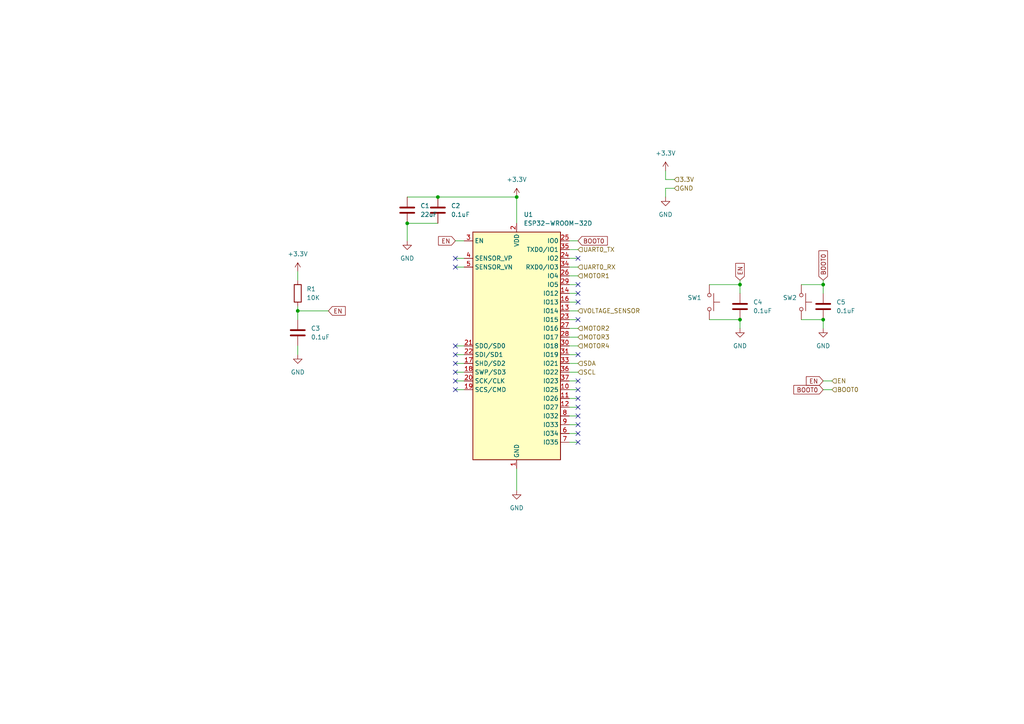
<source format=kicad_sch>
(kicad_sch (version 20211123) (generator eeschema)
  (paper "A4")
  (lib_symbols
    (symbol "Device:C" (pin_numbers hide) (pin_names (offset 0.254))
      (property "Reference" "C" (at 0.635 2.54 0))
      (property "Value" "C" (at 0.635 -2.54 0))
      (symbol "C_0_1"
        (polyline (pts (xy -2.032 -0.762) (xy 2.032 -0.762)) (stroke (width 0.508)))
        (polyline (pts (xy -2.032 0.762) (xy 2.032 0.762)) (stroke (width 0.508)))
      )
      (symbol "C_1_1"
        (pin passive line (at 0 3.81 270) (length 2.794) (name "~") (number "1"))
        (pin passive line (at 0 -3.81 90) (length 2.794) (name "~") (number "2"))
      )
    )
    (symbol "Device:R" (pin_numbers hide) (pin_names (offset 0))
      (property "Reference" "R" (at 2.032 0 90))
      (property "Value" "R" (at 0 0 90))
      (symbol "R_0_1"
        (rectangle (start -1.016 -2.54) (end 1.016 2.54) (stroke (width 0.254)))
      )
      (symbol "R_1_1"
        (pin passive line (at 0 3.81 270) (length 1.27) (name "~") (number "1"))
        (pin passive line (at 0 -3.81 90) (length 1.27) (name "~") (number "2"))
      )
    )
    (symbol "RF_Module:ESP32-WROOM-32D"
      (property "Reference" "U" (at -12.7 34.29 0))
      (property "Value" "ESP32-WROOM-32D" (at 1.27 34.29 0))
      (symbol "ESP32-WROOM-32D_0_1"
        (rectangle (start -12.7 33.02) (end 12.7 -33.02) (stroke (width 0.254)) (fill (type background)))
      )
      (symbol "ESP32-WROOM-32D_1_1"
        (pin power_in line (at 0 -35.56 90) (length 2.54) (name "GND") (number "1"))
        (pin bidirectional line (at 15.24 -12.7 180) (length 2.54) (name "IO25") (number "10"))
        (pin bidirectional line (at 15.24 -15.24 180) (length 2.54) (name "IO26") (number "11"))
        (pin bidirectional line (at 15.24 -17.78 180) (length 2.54) (name "IO27") (number "12"))
        (pin bidirectional line (at 15.24 10.16 180) (length 2.54) (name "IO14") (number "13"))
        (pin bidirectional line (at 15.24 15.24 180) (length 2.54) (name "IO12") (number "14"))
        (pin passive line (at 0 -35.56 90) (length 2.54) hide (name "GND") (number "15"))
        (pin bidirectional line (at 15.24 12.7 180) (length 2.54) (name "IO13") (number "16"))
        (pin bidirectional line (at -15.24 -5.08 0) (length 2.54) (name "SHD/SD2") (number "17"))
        (pin bidirectional line (at -15.24 -7.62 0) (length 2.54) (name "SWP/SD3") (number "18"))
        (pin bidirectional line (at -15.24 -12.7 0) (length 2.54) (name "SCS/CMD") (number "19"))
        (pin power_in line (at 0 35.56 270) (length 2.54) (name "VDD") (number "2"))
        (pin bidirectional line (at -15.24 -10.16 0) (length 2.54) (name "SCK/CLK") (number "20"))
        (pin bidirectional line (at -15.24 0 0) (length 2.54) (name "SDO/SD0") (number "21"))
        (pin bidirectional line (at -15.24 -2.54 0) (length 2.54) (name "SDI/SD1") (number "22"))
        (pin bidirectional line (at 15.24 7.62 180) (length 2.54) (name "IO15") (number "23"))
        (pin bidirectional line (at 15.24 25.4 180) (length 2.54) (name "IO2") (number "24"))
        (pin bidirectional line (at 15.24 30.48 180) (length 2.54) (name "IO0") (number "25"))
        (pin bidirectional line (at 15.24 20.32 180) (length 2.54) (name "IO4") (number "26"))
        (pin bidirectional line (at 15.24 5.08 180) (length 2.54) (name "IO16") (number "27"))
        (pin bidirectional line (at 15.24 2.54 180) (length 2.54) (name "IO17") (number "28"))
        (pin bidirectional line (at 15.24 17.78 180) (length 2.54) (name "IO5") (number "29"))
        (pin input line (at -15.24 30.48 0) (length 2.54) (name "EN") (number "3"))
        (pin bidirectional line (at 15.24 0 180) (length 2.54) (name "IO18") (number "30"))
        (pin bidirectional line (at 15.24 -2.54 180) (length 2.54) (name "IO19") (number "31"))
        (pin no_connect line (at -12.7 -27.94 0) (length 2.54) hide (name "NC") (number "32"))
        (pin bidirectional line (at 15.24 -5.08 180) (length 2.54) (name "IO21") (number "33"))
        (pin bidirectional line (at 15.24 22.86 180) (length 2.54) (name "RXD0/IO3") (number "34"))
        (pin bidirectional line (at 15.24 27.94 180) (length 2.54) (name "TXD0/IO1") (number "35"))
        (pin bidirectional line (at 15.24 -7.62 180) (length 2.54) (name "IO22") (number "36"))
        (pin bidirectional line (at 15.24 -10.16 180) (length 2.54) (name "IO23") (number "37"))
        (pin passive line (at 0 -35.56 90) (length 2.54) hide (name "GND") (number "38"))
        (pin passive line (at 0 -35.56 90) (length 2.54) hide (name "GND") (number "39"))
        (pin input line (at -15.24 25.4 0) (length 2.54) (name "SENSOR_VP") (number "4"))
        (pin input line (at -15.24 22.86 0) (length 2.54) (name "SENSOR_VN") (number "5"))
        (pin input line (at 15.24 -25.4 180) (length 2.54) (name "IO34") (number "6"))
        (pin input line (at 15.24 -27.94 180) (length 2.54) (name "IO35") (number "7"))
        (pin bidirectional line (at 15.24 -20.32 180) (length 2.54) (name "IO32") (number "8"))
        (pin bidirectional line (at 15.24 -22.86 180) (length 2.54) (name "IO33") (number "9"))
      )
    )
    (symbol "Switch:SW_Push" (pin_numbers hide) (pin_names (offset 1.016) hide)
      (property "Reference" "SW" (at 1.27 2.54 0))
      (property "Value" "SW_Push" (at 0 -1.524 0))
      (symbol "SW_Push_0_1"
        (circle (center -2.032 0) (radius 0.508))
        (polyline (pts (xy 0 1.27) (xy 0 3.048)))
        (polyline (pts (xy 2.54 1.27) (xy -2.54 1.27)))
        (circle (center 2.032 0) (radius 0.508))
        (pin passive line (at -5.08 0 0) (length 2.54) (name "1") (number "1"))
        (pin passive line (at 5.08 0 180) (length 2.54) (name "2") (number "2"))
      )
    )
    (symbol "power:+3.3V" (power) (pin_names (offset 0))
      (property "Value" "+3.3V" (at 0 3.556 0))
      (symbol "+3.3V_0_1"
        (polyline (pts (xy -0.762 1.27) (xy 0 2.54)))
        (polyline (pts (xy 0 0) (xy 0 2.54)))
        (polyline (pts (xy 0 2.54) (xy 0.762 1.27)))
      )
      (symbol "+3.3V_1_1"
        (pin power_in line (at 0 0 90) (length 0) hide (name "+3.3V") (number "1"))
      )
    )
    (symbol "power:GND" (power) (pin_names (offset 0))
      (property "Value" "GND" (at 0 -3.81 0))
      (symbol "GND_0_1"
        (polyline (pts (xy 0 0) (xy 0 -1.27) (xy 1.27 -1.27) (xy 0 -2.54) (xy -1.27 -1.27) (xy 0 -1.27)))
      )
      (symbol "GND_1_1"
        (pin power_in line (at 0 0 270) (length 0) hide (name "GND") (number "1"))
      )
    )
  )
  (junction (at 118.11 64.77))
  (junction (at 238.76 82.55))
  (junction (at 214.63 92.71))
  (junction (at 238.76 92.71))
  (junction (at 149.86 57.15))
  (junction (at 214.63 82.55))
  (junction (at 127 57.15))
  (junction (at 86.36 90.17))
  (no_connect (at 167.64 87.63))
  (no_connect (at 167.64 102.87))
  (no_connect (at 167.64 110.49))
  (no_connect (at 132.08 74.93))
  (no_connect (at 132.08 77.47))
  (no_connect (at 132.08 110.49))
  (no_connect (at 132.08 107.95))
  (no_connect (at 132.08 105.41))
  (no_connect (at 132.08 113.03))
  (no_connect (at 132.08 100.33))
  (no_connect (at 132.08 102.87))
  (no_connect (at 167.64 123.19))
  (no_connect (at 167.64 74.93))
  (no_connect (at 167.64 92.71))
  (no_connect (at 167.64 82.55))
  (no_connect (at 167.64 85.09))
  (no_connect (at 167.64 113.03))
  (no_connect (at 167.64 115.57))
  (no_connect (at 167.64 118.11))
  (no_connect (at 167.64 120.65))
  (no_connect (at 167.64 125.73))
  (no_connect (at 167.64 128.27))
  (wire (pts (xy 165.1 85.09) (xy 167.64 85.09)))
  (wire (pts (xy 238.76 82.55) (xy 238.76 85.09)))
  (wire (pts (xy 165.1 125.73) (xy 167.64 125.73)))
  (wire (pts (xy 165.1 118.11) (xy 167.64 118.11)))
  (wire (pts (xy 238.76 113.03) (xy 241.3 113.03)))
  (wire (pts (xy 205.74 92.71) (xy 214.63 92.71)))
  (wire (pts (xy 86.36 90.17) (xy 86.36 88.9)))
  (wire (pts (xy 86.36 100.33) (xy 86.36 102.87)))
  (wire (pts (xy 165.1 123.19) (xy 167.64 123.19)))
  (wire (pts (xy 132.08 110.49) (xy 134.62 110.49)))
  (wire (pts (xy 118.11 57.15) (xy 127 57.15)))
  (wire (pts (xy 193.04 52.07) (xy 195.58 52.07)))
  (wire (pts (xy 165.1 90.17) (xy 167.64 90.17)))
  (wire (pts (xy 232.41 82.55) (xy 238.76 82.55)))
  (wire (pts (xy 205.74 82.55) (xy 214.63 82.55)))
  (wire (pts (xy 238.76 110.49) (xy 241.3 110.49)))
  (wire (pts (xy 132.08 77.47) (xy 134.62 77.47)))
  (wire (pts (xy 132.08 102.87) (xy 134.62 102.87)))
  (wire (pts (xy 165.1 87.63) (xy 167.64 87.63)))
  (wire (pts (xy 86.36 90.17) (xy 86.36 92.71)))
  (wire (pts (xy 149.86 135.89) (xy 149.86 142.24)))
  (wire (pts (xy 165.1 95.25) (xy 167.64 95.25)))
  (wire (pts (xy 165.1 115.57) (xy 167.64 115.57)))
  (wire (pts (xy 165.1 100.33) (xy 167.64 100.33)))
  (wire (pts (xy 165.1 128.27) (xy 167.64 128.27)))
  (wire (pts (xy 165.1 120.65) (xy 167.64 120.65)))
  (wire (pts (xy 132.08 105.41) (xy 134.62 105.41)))
  (wire (pts (xy 118.11 64.77) (xy 118.11 69.85)))
  (wire (pts (xy 193.04 57.15) (xy 193.04 54.61)))
  (wire (pts (xy 165.1 107.95) (xy 167.64 107.95)))
  (wire (pts (xy 193.04 49.53) (xy 193.04 52.07)))
  (wire (pts (xy 86.36 78.74) (xy 86.36 81.28)))
  (wire (pts (xy 165.1 74.93) (xy 167.64 74.93)))
  (wire (pts (xy 118.11 64.77) (xy 127 64.77)))
  (wire (pts (xy 149.86 57.15) (xy 149.86 64.77)))
  (wire (pts (xy 214.63 92.71) (xy 214.63 95.25)))
  (wire (pts (xy 132.08 69.85) (xy 134.62 69.85)))
  (wire (pts (xy 214.63 81.28) (xy 214.63 82.55)))
  (wire (pts (xy 165.1 113.03) (xy 167.64 113.03)))
  (wire (pts (xy 193.04 54.61) (xy 195.58 54.61)))
  (wire (pts (xy 132.08 100.33) (xy 134.62 100.33)))
  (wire (pts (xy 165.1 110.49) (xy 167.64 110.49)))
  (wire (pts (xy 95.25 90.17) (xy 86.36 90.17)))
  (wire (pts (xy 165.1 69.85) (xy 167.64 69.85)))
  (wire (pts (xy 132.08 74.93) (xy 134.62 74.93)))
  (wire (pts (xy 165.1 82.55) (xy 167.64 82.55)))
  (wire (pts (xy 132.08 113.03) (xy 134.62 113.03)))
  (wire (pts (xy 165.1 77.47) (xy 167.64 77.47)))
  (wire (pts (xy 132.08 107.95) (xy 134.62 107.95)))
  (wire (pts (xy 214.63 82.55) (xy 214.63 85.09)))
  (wire (pts (xy 238.76 92.71) (xy 238.76 95.25)))
  (wire (pts (xy 165.1 92.71) (xy 167.64 92.71)))
  (wire (pts (xy 165.1 102.87) (xy 167.64 102.87)))
  (wire (pts (xy 165.1 105.41) (xy 167.64 105.41)))
  (wire (pts (xy 165.1 80.01) (xy 167.64 80.01)))
  (wire (pts (xy 127 57.15) (xy 149.86 57.15)))
  (wire (pts (xy 238.76 81.28) (xy 238.76 82.55)))
  (wire (pts (xy 232.41 92.71) (xy 238.76 92.71)))
  (wire (pts (xy 165.1 72.39) (xy 167.64 72.39)))
  (wire (pts (xy 165.1 97.79) (xy 167.64 97.79)))
  (global_label "BOOT0" (shape input) (at 167.64 69.85 0) (property "Обозначения листов" "${INTERSHEET_REFS}" (effects hide)))
  (global_label "EN" (shape input) (at 214.63 81.28 90) (property "Обозначения листов" "${INTERSHEET_REFS}" (effects hide)))
  (global_label "EN" (shape input) (at 132.08 69.85 180) (property "Обозначения листов" "${INTERSHEET_REFS}" (effects hide)))
  (global_label "BOOT0" (shape input) (at 238.76 81.28 90) (property "Обозначения листов" "${INTERSHEET_REFS}" (effects hide)))
  (global_label "EN" (shape input) (at 95.25 90.17 0) (property "Обозначения листов" "${INTERSHEET_REFS}" (effects hide)))
  (global_label "BOOT0" (shape input) (at 238.76 113.03 180) (property "Обозначения листов" "${INTERSHEET_REFS}" (effects hide)))
  (global_label "EN" (shape input) (at 238.76 110.49 180) (property "Обозначения листов" "${INTERSHEET_REFS}" (effects hide)))
  (hierarchical_label "MOTOR3" (shape input) (at 167.64 97.79 0))
  (hierarchical_label "UART0_TX" (shape input) (at 167.64 72.39 0))
  (hierarchical_label "UART0_RX" (shape input) (at 167.64 77.47 0))
  (hierarchical_label "VOLTAGE_SENSOR" (shape input) (at 167.64 90.17 0))
  (hierarchical_label "EN" (shape input) (at 241.3 110.49 0))
  (hierarchical_label "MOTOR2" (shape input) (at 167.64 95.25 0))
  (hierarchical_label "SDA" (shape input) (at 167.64 105.41 0))
  (hierarchical_label "MOTOR1" (shape input) (at 167.64 80.01 0))
  (hierarchical_label "SCL" (shape input) (at 167.64 107.95 0))
  (hierarchical_label "BOOT0" (shape input) (at 241.3 113.03 0))
  (hierarchical_label "MOTOR4" (shape input) (at 167.64 100.33 0))
  (hierarchical_label "3.3V" (shape input) (at 195.58 52.07 0))
  (hierarchical_label "GND" (shape input) (at 195.58 54.61 0))
  (symbol (lib_id "power:+3.3V") (at 86.36 78.74 0) (unit 1)
    (property "Reference" "#PWR0104" (effects hide))
    (property "Value" "+3.3V" (at 86.36 73.66 0))
  )
  (symbol (lib_id "power:GND") (at 86.36 102.87 0) (unit 1)
    (property "Reference" "#PWR0103" (effects hide))
    (property "Value" "GND" (at 86.36 107.95 0))
  )
  (symbol (lib_id "RF_Module:ESP32-WROOM-32D") (at 149.86 100.33 0) (unit 1)
    (property "Reference" "U1" (at 151.8794 62.23 0) (effects (justify left)))
    (property "Value" "ESP32-WROOM-32D" (at 151.8794 64.77 0) (effects (justify left)))
    (property "Footprint" "RF_Module:ESP32-WROOM-32" (effects hide))
    (property "Datasheet" "https://www.espressif.com/sites/default/files/documentation/esp32-wroom-32d_esp32-wroom-32u_datasheet_en.pdf" (effects hide))
  )
  (symbol (lib_id "power:GND") (at 118.11 69.85 0) (unit 1)
    (property "Reference" "#PWR0102" (effects hide))
    (property "Value" "GND" (at 118.11 74.93 0))
  )
  (symbol (lib_id "power:+3.3V") (at 149.86 57.15 0) (unit 1)
    (property "Reference" "#PWR0101" (effects hide))
    (property "Value" "+3.3V" (at 149.86 52.07 0))
  )
  (symbol (lib_id "Device:R") (at 86.36 85.09 0) (unit 1)
    (property "Reference" "R1" (at 88.9 83.8199 0) (effects (justify left)))
    (property "Value" "10K" (at 88.9 86.3599 0) (effects (justify left)))
    (property "Footprint" "Resistor_SMD:R_0805_2012Metric_Pad1.20x1.40mm_HandSolder" (effects hide))
  )
  (symbol (lib_id "Switch:SW_Push") (at 205.74 87.63 270) (unit 1)
    (property "Reference" "SW1" (at 199.39 86.36 90) (effects (justify left)))
    (property "Value" "TS-1101-C-W " (effects hide))
    (property "Footprint" "Button_Switch_SMD:SW_SPST_CK_RS282G05A3" (effects hide))
  )
  (symbol (lib_id "Device:C") (at 214.63 88.9 0) (unit 1)
    (property "Reference" "C4" (at 218.44 87.6299 0) (effects (justify left)))
    (property "Value" "0.1uF" (at 218.44 90.1699 0) (effects (justify left)))
    (property "Footprint" "Capacitor_SMD:C_0805_2012Metric_Pad1.18x1.45mm_HandSolder" (effects hide))
  )
  (symbol (lib_id "power:GND") (at 238.76 95.25 0) (unit 1)
    (property "Reference" "#PWR0107" (effects hide))
    (property "Value" "GND" (at 238.76 100.33 0))
  )
  (symbol (lib_id "Device:C") (at 86.36 96.52 0) (unit 1)
    (property "Reference" "C3" (at 90.17 95.2499 0) (effects (justify left)))
    (property "Value" "0.1uF" (at 90.17 97.7899 0) (effects (justify left)))
    (property "Footprint" "Capacitor_SMD:C_0805_2012Metric_Pad1.18x1.45mm_HandSolder" (effects hide))
  )
  (symbol (lib_id "power:GND") (at 214.63 95.25 0) (unit 1)
    (property "Reference" "#PWR0106" (effects hide))
    (property "Value" "GND" (at 214.63 100.33 0))
  )
  (symbol (lib_id "Device:C") (at 127 60.96 0) (unit 1)
    (property "Reference" "C2" (at 130.81 59.6899 0) (effects (justify left)))
    (property "Value" "0.1uF" (at 130.81 62.2299 0) (effects (justify left)))
    (property "Footprint" "Capacitor_SMD:C_0805_2012Metric_Pad1.18x1.45mm_HandSolder" (effects hide))
  )
  (symbol (lib_id "Switch:SW_Push") (at 232.41 87.63 270) (unit 1)
    (property "Reference" "SW2" (at 231.14 86.36 90) (effects (justify right)))
    (property "Value" "TS-1101-C-W " (effects hide))
    (property "Footprint" "Button_Switch_SMD:SW_SPST_CK_RS282G05A3" (effects hide))
  )
  (symbol (lib_id "power:GND") (at 149.86 142.24 0) (unit 1)
    (property "Reference" "#PWR0105" (effects hide))
    (property "Value" "GND" (at 149.86 147.32 0))
  )
  (symbol (lib_id "power:+3.3V") (at 193.04 49.53 0) (unit 1)
    (property "Reference" "#PWR0119" (effects hide))
    (property "Value" "+3.3V" (at 193.04 44.45 0))
  )
  (symbol (lib_id "Device:C") (at 118.11 60.96 0) (unit 1)
    (property "Reference" "C1" (at 121.92 59.6899 0) (effects (justify left)))
    (property "Value" "22uF" (at 121.92 62.2299 0) (effects (justify left)))
    (property "Footprint" "Capacitor_SMD:C_0805_2012Metric_Pad1.18x1.45mm_HandSolder" (effects hide))
  )
  (symbol (lib_id "power:GND") (at 193.04 57.15 0) (unit 1)
    (property "Reference" "#PWR0120" (effects hide))
    (property "Value" "GND" (at 193.04 62.23 0))
  )
  (symbol (lib_id "Device:C") (at 238.76 88.9 0) (unit 1)
    (property "Reference" "C5" (at 242.57 87.6299 0) (effects (justify left)))
    (property "Value" "0.1uF" (at 242.57 90.1699 0) (effects (justify left)))
    (property "Footprint" "Capacitor_SMD:C_0805_2012Metric_Pad1.18x1.45mm_HandSolder" (effects hide))
  )
)
</source>
